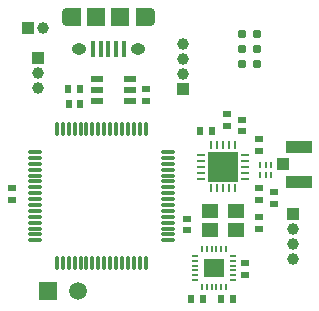
<source format=gts>
%FSTAX23Y23*%
%MOIN*%
%SFA1B1*%

%IPPOS*%
%ADD15R,0.027559X0.023622*%
%ADD16R,0.041339X0.023622*%
%ADD17O,0.027559X0.009843*%
%ADD18O,0.009843X0.027559*%
%ADD19R,0.102362X0.102362*%
%ADD20R,0.023622X0.027559*%
%ADD21O,0.011811X0.051181*%
%ADD22O,0.051181X0.011811*%
%ADD23R,0.015748X0.053150*%
%ADD24R,0.059055X0.061024*%
%ADD25R,0.055118X0.047244*%
%ADD26R,0.009843X0.021654*%
%ADD27R,0.066929X0.060630*%
%ADD28O,0.007874X0.025591*%
%ADD29O,0.025591X0.007874*%
%ADD30R,0.041339X0.039370*%
%ADD31R,0.086614X0.041339*%
%ADD32R,0.047244X0.061024*%
%ADD33R,0.047244X0.061024*%
%ADD34C,0.031000*%
%ADD35R,0.039370X0.039370*%
%ADD36C,0.039370*%
%ADD37R,0.039370X0.039370*%
%ADD38O,0.049212X0.037401*%
%ADD39O,0.035433X0.061024*%
%ADD40C,0.059055*%
%ADD41R,0.059055X0.059055*%
%ADD42C,0.019685*%
%LNcore_prototype_1-1*%
%LPD*%
G54D15*
X04645Y02918D03*
Y02957D03*
X03771Y02932D03*
Y02971D03*
X04594Y03134D03*
Y03095D03*
X04538Y03199D03*
Y0316D03*
X0449Y03217D03*
Y03178D03*
X0455Y0272D03*
Y0268D03*
X04594Y0293D03*
Y0297D03*
X04355Y0283D03*
Y02869D03*
X04594Y02874D03*
Y02835D03*
X04219Y03261D03*
Y033D03*
G54D16*
X04055Y03261D03*
Y03299D03*
Y03336D03*
X04164D03*
Y03299D03*
Y03261D03*
G54D17*
X04402Y03082D03*
Y03062D03*
Y03042D03*
Y03023D03*
Y03003D03*
X04547D03*
Y03023D03*
Y03042D03*
Y03062D03*
Y03082D03*
G54D18*
X04435Y0297D03*
X04455D03*
X04475D03*
X04494D03*
X04514D03*
Y03115D03*
X04494D03*
X04475D03*
X04455D03*
X04435D03*
G54D19*
X04475Y03042D03*
G54D20*
X0437Y026D03*
X04409D03*
X0396Y03301D03*
X03999D03*
X044Y0316D03*
X04439D03*
X0447Y026D03*
X04509D03*
X04Y03252D03*
X03961D03*
G54D21*
X03922Y03167D03*
X03942D03*
X03961D03*
X03981D03*
X04001D03*
X0402D03*
X0404D03*
X0406D03*
X04079D03*
X04099D03*
X04119D03*
X04138D03*
X04158D03*
X04178D03*
X04197D03*
X04217D03*
Y02722D03*
X04197D03*
X04178D03*
X04158D03*
X04138D03*
X04119D03*
X04099D03*
X04079D03*
X0406D03*
X0404D03*
X0402D03*
X04001D03*
X03981D03*
X03961D03*
X03942D03*
X03922D03*
G54D22*
X04292Y03092D03*
Y03072D03*
Y03053D03*
Y03033D03*
Y03013D03*
Y02994D03*
Y02974D03*
Y02954D03*
Y02935D03*
Y02915D03*
Y02895D03*
Y02876D03*
Y02856D03*
Y02836D03*
Y02817D03*
Y02797D03*
X03847D03*
Y02817D03*
Y02836D03*
Y02856D03*
Y02876D03*
Y02895D03*
Y02915D03*
Y02935D03*
Y02954D03*
Y02974D03*
Y02994D03*
Y03013D03*
Y03033D03*
Y03053D03*
Y03072D03*
Y03092D03*
G54D23*
X04144Y03436D03*
X04118D03*
X04093D03*
X04067D03*
X04042D03*
G54D24*
X04132Y03543D03*
X04053D03*
G54D25*
X04517Y02896D03*
Y02833D03*
X04431Y02896D03*
Y02833D03*
G54D26*
X04636Y03049D03*
X04617D03*
X04597D03*
Y03015D03*
X04617D03*
X04636D03*
G54D27*
X04445Y02705D03*
G54D28*
X04405Y02767D03*
X04421D03*
X04437D03*
X04452D03*
X04468D03*
X04484D03*
Y02642D03*
X04468D03*
X04452D03*
X04437D03*
X04421D03*
X04405D03*
G54D29*
X04507Y02744D03*
Y02728D03*
Y02712D03*
Y02697D03*
Y02681D03*
Y02665D03*
X04382D03*
Y02681D03*
Y02697D03*
Y02712D03*
Y02728D03*
Y02744D03*
G54D30*
X04675Y03051D03*
G54D31*
X04727Y02992D03*
Y03109D03*
G54D32*
X04207Y03543D03*
G54D33*
X03979Y03543D03*
G54D34*
X04587Y03385D03*
X04537D03*
X04587Y03435D03*
X04537D03*
X04587Y03485D03*
X04537D03*
G54D35*
X03826Y03504D03*
G54D36*
X03876Y03504D03*
X03858Y03306D03*
Y03356D03*
X04342Y0335D03*
Y034D03*
Y0345D03*
X04708Y02734D03*
Y02784D03*
Y02834D03*
G54D37*
X03858Y03406D03*
X04342Y033D03*
X04708Y02884D03*
G54D38*
X03994Y03436D03*
X04191D03*
G54D39*
X03955Y03543D03*
X04231D03*
G54D40*
X03992Y02629D03*
G54D41*
X03892Y02629D03*
G54D42*
X04453Y03064D03*
X04496D03*
X04453Y03021D03*
X04496D03*
M02*
</source>
